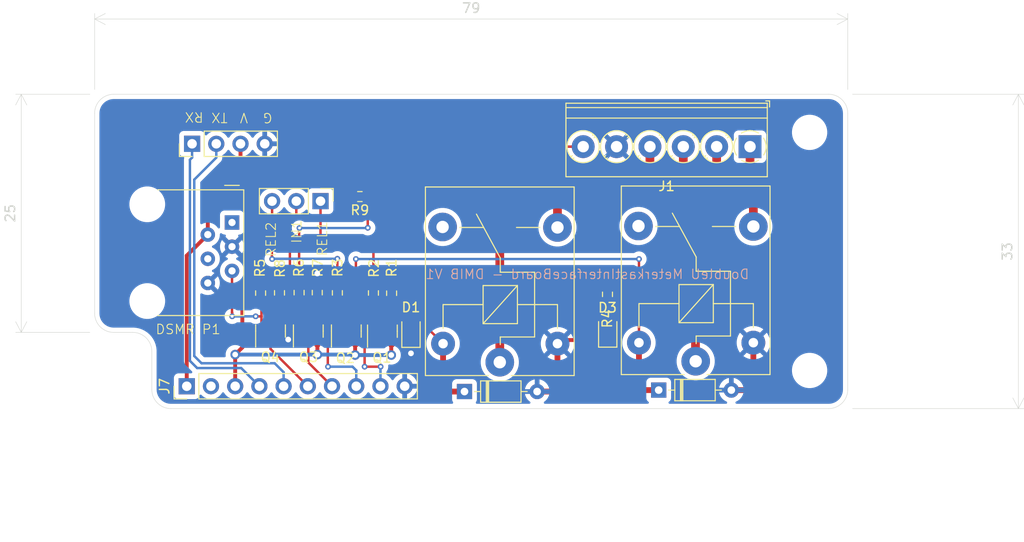
<source format=kicad_pcb>
(kicad_pcb
	(version 20241229)
	(generator "pcbnew")
	(generator_version "9.0")
	(general
		(thickness 1.6)
		(legacy_teardrops no)
	)
	(paper "A4")
	(layers
		(0 "F.Cu" signal)
		(2 "B.Cu" signal)
		(9 "F.Adhes" user "F.Adhesive")
		(11 "B.Adhes" user "B.Adhesive")
		(13 "F.Paste" user)
		(15 "B.Paste" user)
		(5 "F.SilkS" user "F.Silkscreen")
		(7 "B.SilkS" user "B.Silkscreen")
		(1 "F.Mask" user)
		(3 "B.Mask" user)
		(17 "Dwgs.User" user "User.Drawings")
		(19 "Cmts.User" user "User.Comments")
		(21 "Eco1.User" user "User.Eco1")
		(23 "Eco2.User" user "User.Eco2")
		(25 "Edge.Cuts" user)
		(27 "Margin" user)
		(31 "F.CrtYd" user "F.Courtyard")
		(29 "B.CrtYd" user "B.Courtyard")
		(35 "F.Fab" user)
		(33 "B.Fab" user)
		(39 "User.1" user)
		(41 "User.2" user)
		(43 "User.3" user)
		(45 "User.4" user)
	)
	(setup
		(pad_to_mask_clearance 0)
		(allow_soldermask_bridges_in_footprints no)
		(tenting front back)
		(pcbplotparams
			(layerselection 0x00000000_00000000_55555555_5755f5ff)
			(plot_on_all_layers_selection 0x00000000_00000000_00000000_00000000)
			(disableapertmacros no)
			(usegerberextensions no)
			(usegerberattributes yes)
			(usegerberadvancedattributes yes)
			(creategerberjobfile yes)
			(dashed_line_dash_ratio 12.000000)
			(dashed_line_gap_ratio 3.000000)
			(svgprecision 4)
			(plotframeref no)
			(mode 1)
			(useauxorigin no)
			(hpglpennumber 1)
			(hpglpenspeed 20)
			(hpglpendiameter 15.000000)
			(pdf_front_fp_property_popups yes)
			(pdf_back_fp_property_popups yes)
			(pdf_metadata yes)
			(pdf_single_document no)
			(dxfpolygonmode yes)
			(dxfimperialunits yes)
			(dxfusepcbnewfont yes)
			(psnegative no)
			(psa4output no)
			(plot_black_and_white yes)
			(sketchpadsonfab no)
			(plotpadnumbers no)
			(hidednponfab no)
			(sketchdnponfab yes)
			(crossoutdnponfab yes)
			(subtractmaskfromsilk no)
			(outputformat 1)
			(mirror no)
			(drillshape 1)
			(scaleselection 1)
			(outputdirectory "")
		)
	)
	(net 0 "")
	(net 1 "Net-(D1-A)")
	(net 2 "GND")
	(net 3 "Net-(D2-K)")
	(net 4 "Net-(D3-A)")
	(net 5 "Net-(D4-K)")
	(net 6 "+5V")
	(net 7 "Net-(J1-Pin_2)")
	(net 8 "Net-(J1-Pin_1)")
	(net 9 "Net-(J1-Pin_3)")
	(net 10 "Net-(J1-Pin_4)")
	(net 11 "/INPUT1")
	(net 12 "unconnected-(J4-Pad4)")
	(net 13 "Net-(Q4-G)")
	(net 14 "/ZW_RX")
	(net 15 "/ZW_TX")
	(net 16 "Net-(Q1-B)")
	(net 17 "+3V3")
	(net 18 "Net-(Q2-B)")
	(net 19 "/INP1")
	(net 20 "Net-(Q3-B)")
	(net 21 "DSMR_DATA")
	(net 22 "/REL1")
	(net 23 "/REL2")
	(net 24 "unconnected-(J4-Pad1)")
	(net 25 "unconnected-(K1-Pad4)")
	(net 26 "unconnected-(K2-Pad4)")
	(footprint "LED_SMD:LED_0805_2012Metric" (layer "F.Cu") (at 53.8226 24.8666 90))
	(footprint "Relay_THT:Relay_SPDT_SANYOU_SRD_Series_Form_C" (layer "F.Cu") (at 63.049 28.032 90))
	(footprint "Resistor_SMD:R_0603_1608Metric" (layer "F.Cu") (at 25.4618 20.8496 -90))
	(footprint "TerminalBlock_Phoenix:TerminalBlock_Phoenix_PT-1,5-6-3.5-H_1x06_P3.50mm_Horizontal" (layer "F.Cu") (at 68.75 5.5 180))
	(footprint "Package_TO_SOT_SMD:SOT-23" (layer "F.Cu") (at 22.4138 24.8628 90))
	(footprint "LED_SMD:LED_0805_2012Metric" (layer "F.Cu") (at 33.1834 24.8882 90))
	(footprint "Resistor_SMD:R_0603_1608Metric" (layer "F.Cu") (at 17.41 20.875 -90))
	(footprint "Relay_THT:Relay_SPDT_SANYOU_SRD_Series_Form_C" (layer "F.Cu") (at 42.5004 28.1336 90))
	(footprint "Diode_THT:D_DO-35_SOD27_P7.62mm_Horizontal" (layer "F.Cu") (at 38.7968 31.2128))
	(footprint "Package_TO_SOT_SMD:SOT-23" (layer "F.Cu") (at 26.4016 24.8628 90))
	(footprint "Resistor_SMD:R_0603_1608Metric" (layer "F.Cu") (at 29.2464 20.86245 -90))
	(footprint "Resistor_SMD:R_0603_1608Metric" (layer "F.Cu") (at 21.4486 20.8265 -90))
	(footprint "Connector_PinHeader_2.54mm:PinHeader_1x04_P2.54mm_Vertical" (layer "F.Cu") (at 10.2218 5.2 90))
	(footprint "Resistor_SMD:R_0603_1608Metric" (layer "F.Cu") (at 27.824 10.7404 180))
	(footprint "Resistor_SMD:R_0603_1608Metric" (layer "F.Cu") (at 53.7972 21.0058 -90))
	(footprint "Resistor_SMD:R_0603_1608Metric" (layer "F.Cu") (at 19.3912 20.8496 -90))
	(footprint "Connector_PinHeader_2.54mm:PinHeader_1x10_P2.54mm_Vertical" (layer "F.Cu") (at 9.663 30.654 90))
	(footprint "Diode_THT:D_DO-35_SOD27_P7.62mm_Horizontal" (layer "F.Cu") (at 59.1676 31.0604))
	(footprint "Package_TO_SOT_SMD:SOT-23" (layer "F.Cu") (at 18.4514 24.8628 90))
	(footprint "MountingHole:MountingHole_3.2mm_M3" (layer "F.Cu") (at 75 4))
	(footprint "Resistor_SMD:R_0603_1608Metric" (layer "F.Cu") (at 31.1514 20.88785 90))
	(footprint "Resistor_SMD:R_0603_1608Metric" (layer "F.Cu") (at 23.3536 20.8265 90))
	(footprint "Connector_RJ:RJ12_Amphenol_54601" (layer "F.Cu") (at 14.4104 13.4632 -90))
	(footprint "Connector_PinHeader_2.54mm:PinHeader_1x03_P2.54mm_Vertical" (layer "F.Cu") (at 23.6942 11.223 -90))
	(footprint "MountingHole:MountingHole_3.2mm_M3" (layer "F.Cu") (at 75 29))
	(footprint "Package_TO_SOT_SMD:SOT-23" (layer "F.Cu") (at 30.1862 24.87565 90))
	(gr_line
		(start 2 0)
		(end 77 0)
		(stroke
			(width 0.05)
			(type solid)
		)
		(layer "Edge.Cuts")
		(uuid "06c7f1ee-0c3a-4a84-80ea-0e6280345982")
	)
	(gr_line
		(start 0 2)
		(end 0 23)
		(stroke
			(width 0.05)
			(type solid)
		)
		(layer "Edge.Cuts")
		(uuid "0e282e97-8ded-4007-b955-6d149996ea5e")
	)
	(gr_arc
		(start 0 2)
		(mid 0.585786 0.585786)
		(end 2 0)
		(stroke
			(width 0.05)
			(type default)
		)
		(layer "Edge.Cuts")
		(uuid "254dd642-0246-4cd3-a2e0-d1debf2d97fc")
	)
	(gr_line
		(start 79 2)
		(end 79 31)
		(stroke
			(width 0.05)
			(type solid)
		)
		(layer "Edge.Cuts")
		(uuid "35d03b69-1706-4fe7-85b6-7e8da9946628")
	)
	(gr_line
		(start 77 33)
		(end 8 33)
		(stroke
			(width 0.05)
			(type solid)
		)
		(layer "Edge.Cuts")
		(uuid "41f5c18c-cd01-4c9a-9f6f-da3e6f556325")
	)
	(gr_arc
		(start 4 25)
		(mid 5.414214 25.585786)
		(end 6 27)
		(stroke
			(width 0.05)
			(type default)
		)
		(layer "Edge.Cuts")
		(uuid "45a8f4d9-4afc-44ea-a8ac-bd5bc06b0e16")
	)
	(gr_arc
		(start 8 33)
		(mid 6.585786 32.414214)
		(end 6 31)
		(stroke
			(width 0.05)
			(type default)
		)
		(layer "Edge.Cuts")
		(uuid "6960bbfe-670b-40dd-911e-85f0f69d834e")
	)
	(gr_arc
		(start 77 0)
		(mid 78.414214 0.585786)
		(end 79 2)
		(stroke
			(width 0.05)
			(type default)
		)
		(layer "Edge.Cuts")
		(uuid "81579fcc-5693-474c-a13c-8f948cf37b91")
	)
	(gr_arc
		(start 79 31)
		(mid 78.414214 32.414214)
		(end 77 33)
		(stroke
			(width 0.05)
			(type default)
		)
		(layer "Edge.Cuts")
		(uuid "85a6176d-eefd-4b43-87d6-25976a9ae6de")
	)
	(gr_line
		(start 2 25)
		(end 4 25)
		(stroke
			(width 0.05)
			(type solid)
		)
		(layer "Edge.Cuts")
		(uuid "9ea54cfc-ee16-4bb6-9642-bd06415a3aef")
	)
	(gr_line
		(start 6 27)
		(end 6 31)
		(stroke
			(width 0.05)
			(type solid)
		)
		(layer "Edge.Cuts")
		(uuid "c2534ea9-d3c1-4287-9887-e118ce1afc74")
	)
	(gr_arc
		(start 2 25)
		(mid 0.585786 24.414214)
		(end 0 23)
		(stroke
			(width 0.05)
			(type default)
		)
		(layer "Edge.Cuts")
		(uuid "ff443366-7d75-4ae7-9858-3592b7538da7")
	)
	(gr_text "V"
		(at 16.1554 1.8796 180)
		(layer "F.SilkS")
		(uuid "233ac5b9-608e-4963-a857-791f2c2dd34c")
		(effects
			(font
				(size 1 1)
				(thickness 0.1)
			)
			(justify left bottom)
		)
	)
	(gr_text "G"
		(at 18.7208 1.8796 180)
		(layer "F.SilkS")
		(uuid "4e760aca-12fe-4e8d-8c41-d329720876ab")
		(effects
			(font
				(size 1 1)
				(thickness 0.1)
			)
			(justify left bottom)
		)
	)
	(gr_text "REL2"
		(at 19.0864 17.1412 90)
		(layer "F.SilkS")
		(uuid "653e06ca-ac9a-4d99-ad06-59f9330d23b8")
		(effects
			(font
				(size 1 1)
				(thickness 0.1)
			)
			(justify left bottom)
		)
	)
	(gr_text "RX"
		(at 11.4818 1.8034 180)
		(layer "F.SilkS")
		(uuid "7e1a4a2f-2941-471a-bf82-ea82720234cd")
		(effects
			(font
				(size 1 1)
				(thickness 0.1)
			)
			(justify left bottom)
		)
	)
	(gr_text "REL1"
		(at 24.4712 17.065 90)
		(layer "F.SilkS")
		(uuid "9ea7c63c-4744-495a-88b8-eee5381a5123")
		(effects
			(font
				(size 1 1)
				(thickness 0.1)
			)
			(justify left bottom)
		)
	)
	(gr_text "DSMR P1"
		(at 6.3356 25.2692 0)
		(layer "F.SilkS")
		(uuid "e8aa18b9-5a9e-432a-865e-9afadf0403bc")
		(effects
			(font
				(size 1 1)
				(thickness 0.1)
			)
			(justify left bottom)
		)
	)
	(gr_text "IN1"
		(at 21.7788 15.7188 90)
		(layer "F.SilkS")
		(uuid "eb7a539c-ddce-4c6d-9808-3c8ded79e813")
		(effects
			(font
				(size 1 1)
				(thickness 0.1)
			)
			(justify left bottom)
		)
	)
	(gr_text "TX"
		(at 14.0218 1.8542 180)
		(layer "F.SilkS")
		(uuid "f2186b57-13e1-45f0-a72c-fd5795513709")
		(effects
			(font
				(size 1 1)
				(thickness 0.1)
			)
			(justify left bottom)
		)
	)
	(gr_text "DoubleU MeterkastInterfaceBoard - DMIB V1"
		(at 68.718 19.478 0)
		(layer "B.SilkS")
		(uuid "a03ad1ba-8849-4a8c-a0b1-921dd3b3fb05")
		(effects
			(font
				(size 1 1)
				(thickness 0.1)
			)
			(justify left bottom mirror)
		)
	)
	(dimension
		(type orthogonal)
		(layer "Edge.Cuts")
		(uuid "026332d3-24a4-4dc3-b640-660e6b883aad")
		(pts
			(xy 79 0) (xy 79 33)
		)
		(height 17.9)
		(orientation 1)
		(format
			(prefix "")
			(suffix "")
			(units 3)
			(units_format 0)
			(precision 4)
			(suppress_zeroes yes)
		)
		(style
			(thickness 0.05)
			(arrow_length 1.27)
			(text_position_mode 0)
			(arrow_direction outward)
			(extension_height 0.58642)
			(extension_offset 0.5)
			(keep_text_aligned yes)
		)
		(gr_text "1299.2126"
			(at 95.75 16.5 90)
			(layer "Edge.Cuts")
			(uuid "026332d3-24a4-4dc3-b640-660e6b883aad")
			(effects
				(font
					(size 1 1)
					(thickness 0.15)
				)
			)
		)
	)
	(dimension
		(type orthogonal)
		(layer "Edge.Cuts")
		(uuid "3632c368-e614-490e-850d-88425e69f4f9")
		(pts
			(xy 79 0) (xy 0 0)
		)
		(height -7.9)
		(orientation 0)
		(format
			(prefix "")
			(suffix "")
			(units 3)
			(units_format 0)
			(precision 4)
			(suppress_zeroes yes)
		)
		(style
			(thickness 0.05)
			(arrow_length 1.27)
			(text_position_mode 0)
			(arrow_direction outward)
			(extension_height 0.58642)
			(extension_offset 0.5)
			(keep_text_aligned yes)
		)
		(gr_text "3110.2362"
			(at 39.5 -9.05 0)
			(layer "Edge.Cuts")
			(uuid "3632c368-e614-490e-850d-88425e69f4f9")
			(effects
				(font
					(size 1 1)
					(thickness 0.15)
				)
			)
		)
	)
	(dimension
		(type orthogonal)
		(layer "Edge.Cuts")
		(uuid "6821b02f-d22a-4ac0-854e-9cc611fb6e35")
		(pts
			(xy 0 0) (xy 0 25)
		)
		(height -7.7)
		(orientation 1)
		(format
			(prefix "")
			(suffix "")
			(units 3)
			(units_format 0)
			(precision 4)
			(suppress_zeroes yes)
		)
		(style
			(thickness 0.05)
			(arrow_length 1.27)
			(text_position_mode 0)
			(arrow_direction outward)
			(extension_height 0.58642)
			(extension_offset 0.5)
			(keep_text_aligned yes)
		)
		(gr_text "984.252"
			(at -8.85 12.5 90)
			(layer "Edge.Cuts")
			(uuid "6821b02f-d22a-4ac0-854e-9cc611fb6e35")
			(effects
				(font
					(size 1 1)
					(thickness 0.15)
				)
			)
		)
	)
	(segment
		(start 31.1514 20.06285)
		(end 31.126 20.03745)
		(width 0.254)
		(layer "F.Cu")
		(net 1)
		(uuid "40853eda-9e09-41d5-9262-95701a797f8e")
	)
	(segment
		(start 33.2088 23.9253)
		(end 33.2088 20.3924)
		(width 0.254)
		(layer "F.Cu")
		(net 1)
		(uuid "4db10023-eec3-4188-88e0-d4ab940cf05f")
	)
	(segment
		(start 33.2088 20.3924)
		(end 32.87925 20.06285)
		(width 0.254)
		(layer "F.Cu")
		(net 1)
		(uuid "5e422da4-7ef0-4485-912e-1f4db66963a6")
	)
	(segment
		(start 33.1834 23.9507)
		(end 33.2088 23.9253)
		(width 0.254)
		(layer "F.Cu")
		(net 1)
		(uuid "a4c95f90-7cce-49ed-9cf4-b773abae918a")
	)
	(segment
		(start 32.87925 20.06285)
		(end 31.1514 20.06285)
		(width 0.254)
		(layer "F.Cu")
		(net 1)
		(uuid "c616ac45-935a-47dc-ae74-2c8b45aa419c")
	)
	(segment
		(start 47.8574 31.2128)
		(end 46.4168 31.2128)
		(width 0.6096)
		(layer "F.Cu")
		(net 2)
		(uuid "04fdf5b7-c476-450c-898e-cb1f4fa2d052")
	)
	(segment
		(start 48.5504 30.5198)
		(end 47.8574 31.2128)
		(width 0.6096)
		(layer "F.Cu")
		(net 2)
		(uuid "054c6b1a-e91e-4b13-847d-4fa16b3e793c")
	)
	(segment
		(start 48.5504 26.1836)
		(end 48.5504 30.5198)
		(width 0.6096)
		(layer "F.Cu")
		(net 2)
		(uuid "3e8fa443-8db0-4ad8-a0ad-38f54e7a24bd")
	)
	(segment
		(start 33.1834 25.8257)
		(end 33.1834 27.1996)
		(width 0.4064)
		(layer "F.Cu")
		(net 2)
		(uuid "5475f0cf-6423-4ac5-bbac-da552a6e5877")
	)
	(segment
		(start 48.9299 25.8041)
		(end 48.5504 26.1836)
		(width 0.4064)
		(layer "F.Cu")
		(net 2)
		(uuid "55d99b1f-26bf-491b-8179-4c563263d69a")
	)
	(segment
		(start 23.3536 20.0015)
		(end 23.3536 18.8176)
		(width 0.4064)
		(layer "F.Cu")
		(net 2)
		(uuid "60d3530c-1856-4fcb-84d2-3f9f5953f793")
	)
	(segment
		(start 20.3056 25.7518)
		(end 20.2571 25.8003)
		(width 0.4064)
		(layer "F.Cu")
		(net 2)
		(uuid "7289f9d8-fbe7-4f74-9c4e-c7ae2cc92b8c")
	)
	(segment
		(start 68.406 31.0604)
		(end 66.7876 31.0604)
		(width 0.6096)
		(layer "F.Cu")
		(net 2)
		(uuid "72a1e090-4c59-421b-8bdb-5e5992462474")
	)
	(segment
		(start 53.8226 25.8041)
		(end 48.9299 25.8041)
		(width 0.4064)
		(layer "F.Cu")
		(net 2)
		(uuid "a2015ba6-2812-47cb-8ff5-7749bc820d79")
	)
	(segment
		(start 69.099 26.082)
		(end 69.099 30.3674)
		(width 0.6096)
		(layer "F.Cu")
		(net 2)
		(uuid "ab331a59-1d62-4671-a2de-9c8451a763ba")
	)
	(segment
		(start 69.099 30.3674)
		(end 68.406 31.0604)
		(width 0.6096)
		(layer "F.Cu")
		(net 2)
		(uuid "ba024b75-e8a9-48a0-a35e-94a60ab542ac")
	)
	(segment
		(start 20.2571 25.8003)
		(end 19.4014 25.8003)
		(width 0.4064)
		(layer "F.Cu")
		(net 2)
		(uuid "df442a1b-14eb-433b-bf0f-f75b03de1028")
	)
	(via
		(at 33.1834 27.1996)
		(size 1)
		(drill 0.6)
		(layers "F.Cu" "B.Cu")
		(net 2)
		(uuid "84f205c0-c6a3-49b7-97c6-69404092d225")
	)
	(via
		(at 23.3536 18.8176)
		(size 1)
		(drill 0.6)
		(layers "F.Cu" "B.Cu")
		(net 2)
		(uuid "a7c87825-ea9c-495e-bdd3-01a94c0e44f2")
	)
	(via
		(at 20.3056 25.7518)
		(size 1)
		(drill 0.6)
		(layers "F.Cu" "B.Cu")
		(net 2)
		(uuid "ae4c215f-2396-4a8d-b995-a2949593b54e")
	)
	(segment
		(start 31.888 24.8628)
		(end 31.1514 24.1262)
		(width 0.254)
		(layer "F.Cu")
		(net 3)
		(uuid "07cb703b-74d9-4451-ac3f-3a86f17141cb")
	)
	(segment
		(start 36.5504 30.6682)
		(end 36.5504 26.1836)
		(width 0.6096)
		(layer "F.Cu")
		(net 3)
		(uuid "1234aaa4-a131-4915-ac29-96dea179d6e6")
	)
	(segment
		(start 31.14115 23.93815)
		(end 31.1514 23.9484)
		(width 0.254)
		(layer "F.Cu")
		(net 3)
		(uuid "1ee5b33f-5b3b-47b0-8b07-2d7bbaada494")
	)
	(segment
		(start 31.1514 23.9484)
		(end 31.1514 21.71285)
		(width 0.254)
		(layer "F.Cu")
		(net 3)
		(uuid "456bbd4e-47a2-4bcc-ae1b-898ae08afd4b")
	)
	(segment
		(start 30.1862 23.93815)
		(end 31.14115 23.93815)
		(width 0.254)
		(layer "F.Cu")
		(net 3)
		(uuid "474b4e50-92c8-469b-bda8-a1355afe6e59")
	)
	(segment
		(start 31.1514 24.1262)
		(end 31.1514 23.9484)
		(width 0.254)
		(layer "F.Cu")
		(net 3)
		(uuid "62e61f8b-fd46-4c5f-80d7-234816a49a66")
	)
	(segment
		(start 36.5504 26.1836)
		(end 35.2296 24.8628)
		(width 0.254)
		(layer "F.Cu")
		(net 3)
		(uuid "7e664223-fa45-4415-9b9b-743b535c8740")
	)
	(segment
		(start 35.2296 24.8628)
		(end 31.888 24.8628)
		(width 0.254)
		(layer "F.Cu")
		(net 3)
		(uuid "a515812c-991a-45b7-8c51-de34b134fc5b")
	)
	(segment
		(start 38.7968 31.2128)
		(end 37.095 31.2128)
		(width 0.6096)
		(layer "F.Cu")
		(net 3)
		(uuid "ba777983-c5ce-4cd6-8d8f-a29155bb7114")
	)
	(segment
		(start 37.095 31.2128)
		(end 36.5504 30.6682)
		(width 0.6096)
		(layer "F.Cu")
		(net 3)
		(uuid "ea4d2e82-97f2-42fb-ac97-7afbf92e53db")
	)
	(segment
		(start 36.5504 26.1836)
		(end 36.5504 27.9362)
		(width 0.254)
		(layer "F.Cu")
		(net 3)
		(uuid "ffdcf071-c0f2-4f11-8da4-489e33bb94c9")
	)
	(segment
		(start 53.7972 21.8308)
		(end 53.7972 23.9037)
		(width 0.254)
		(layer "F.Cu")
		(net 4)
		(uuid "0c179de8-ec47-4899-b712-434b074b66da")
	)
	(segment
		(start 53.7972 23.9037)
		(end 53.8226 23.9291)
		(width 0.254)
		(layer "F.Cu")
		(net 4)
		(uuid "6a06e3d9-3c68-4578-a34e-6df207e391ef")
	)
	(segment
		(start 57.1 20.193)
		(end 57.1 20.9136)
		(width 0.254)
		(layer "F.Cu")
		(net 5)
		(uuid "211ec73d-a177-4f34-87ce-a3d60e627c1f")
	)
	(segment
		(start 57.099 30.4396)
		(end 57.099 26.082)
		(width 0.6096)
		(layer "F.Cu")
		(net 5)
		(uuid "272cf66a-4f93-49bb-be58-ec299279f8a6")
	)
	(segment
		(start 27.2121 23.9253)
		(end 26.4016 23.9253)
		(width 0.254)
		(layer "F.Cu")
		(net 5)
		(uuid "47c6f175-78b0-40c6-a3d3-9f7f991dc094")
	)
	(segment
		(start 53.7972 20.1808)
		(end 57.0878 20.1808)
		(width 0.254)
		(layer "F.Cu")
		(net 5)
		(uuid "4b446561-70ad-46a9-92dc-fadbd0dbe8ff")
	)
	(segment
		(start 27.4066 17.3)
		(end 27.4066 23.7308)
		(width 0.254)
		(layer "F.Cu")
		(net 5)
		(uuid "5c150be5-ed35-4972-bf9b-361bd3dba89e")
	)
	(segment
		(start 57.099 20.9146)
		(end 57.099 26.082)
		(width 0.254)
		(layer "F.Cu")
		(net 5)
		(uuid "702e9c69-28b8-4f2c-95b2-57e2bea829dd")
	)
	(segment
		(start 57.1 17.3)
		(end 57.1 20.193)
		(width 0.254)
		(layer "F.Cu")
		(net 5)
		(uuid "777fb802-f9e7-4e5a-aa04-26ae457b6662")
	)
	(segment
		(start 57.7198 31.0604)
		(end 57.099 30.4396)
		(width 0.6096)
		(layer "F.Cu")
		(net 5)
		(uuid "7d0c3f80-1fd0-4745-9923-b27219765163")
	)
	(segment
		(start 57.1 20.9136)
		(end 57.099 20.9146)
		(width 0.254)
		(layer "F.Cu")
		(net 5)
		(uuid "8322b5b9-f3a6-4cf7-91bb-a91237bef659")
	)
	(segment
		(start 27.4066 23.7308)
		(end 27.2121 23.9253)
		(width 0.254)
		(layer "F.Cu")
		(net 5)
		(uuid "964df9d6-c060-48b9-bc41-12d2738834f3")
	)
	(segment
		(start 59.1676 31.0604)
		(end 57.7198 31.0604)
		(width 0.6096)
		(layer "F.Cu")
		(net 5)
		(uuid "bc8a01f9-bbd0-47a8-9945-ff36660062ae")
	)
	(segment
		(start 57.0878 20.1808)
		(end 57.1 20.193)
		(width 0.254)
		(layer "F.Cu")
		(net 5)
		(uuid "dfd91edd-b238-4013-93de-d96d8c9c21aa")
	)
	(via
		(at 57.1 17.3)
		(size 0.6)
		(drill 0.3)
		(layers "F.Cu" "B.Cu")
		(net 5)
		(uuid "4347c7b5-e626-41ad-aea8-ad567933b392")
	)
	(via
		(at 27.4066 17.3)
		(size 0.6)
		(drill 0.3)
		(layers "F.Cu" "B.Cu")
		(net 5)
		(uuid "f5a65e88-b712-4c8a-b94b-9d56f82e70c1")
	)
	(segment
		(start 27.4066 17.3)
		(end 57.1 17.3)
		(width 0.254)
		(layer "B.Cu")
		(net 5)
		(uuid "ff02ce18-3954-4a52-b837-9afab1881195")
	)
	(segment
		(start 9.663 16.9406)
		(end 11.8704 14.7332)
		(width 0.4064)
		(layer "F.Cu")
		(net 6)
		(uuid "4d30c851-90d2-4edf-9ae6-69441a5c59bb")
	)
	(segment
		(start 26.999 9.5746)
		(end 26.4376 9.0132)
		(width 0.4064)
		(layer "F.Cu")
		(net 6)
		(uuid "65f2119c-5e97-4337-becf-5807eb273899")
	)
	(segment
		(start 11.8704 9.7522)
		(end 11.8704 14.7332)
		(width 0.4064)
		(layer "F.Cu")
		(net 6)
		(uuid "6ed75303-b4c1-47f6-9ee5-99eb54750b9c")
	)
	(segment
		(start 26.4376 9.0132)
		(end 15.3018 9.0132)
		(width 0.4064)
		(layer "F.Cu")
		(net 6)
		(uuid "8cc9fb18-058b-49f1-8a15-912556abddd4")
	)
	(segment
		(start 9.663 30.654)
		(end 9.663 16.9406)
		(width 0.4064)
		(layer "F.Cu")
		(net 6)
		(uuid "9687fc93-36f5-4df2-9415-704d28837fe3")
	)
	(segment
		(start 15.3018 5.2)
		(end 15.3018 9.0132)
		(width 0.4064)
		(layer "F.Cu")
		(net 6)
		(uuid "a7b55d67-d20e-4c4f-b985-58c2ec205c60")
	)
	(segment
		(start 12.6094 9.0132)
		(end 11.8704 9.7522)
		(width 0.4064)
		(layer "F.Cu")
		(net 6)
		(uuid "c0836bbf-a56e-42d4-b93d-43f8acd3fad7")
	)
	(segment
		(start 15.3018 9.0132)
		(end 12.6094 9.0132)
		(width 0.4064)
		(layer "F.Cu")
		(net 6)
		(uuid "f1f4f476-1ed4-408b-8062-810637219f59")
	)
	(segment
		(start 26.999 10.7404)
		(end 26.999 9.5746)
		(width 0.4064)
		(layer "F.Cu")
		(net 6)
		(uuid "ffbc1a89-09fc-4422-973c-f8c90f38044e")
	)
	(segment
		(start 63.049 28.032)
		(end 63.0284 28.0114)
		(width 0.9144)
		(layer "F.Cu")
		(net 7)
		(uuid "13960753-3f58-4ad0-899e-fdd39f9cdbb3")
	)
	(segment
		(start 63.0284 11.8716)
		(end 65.25 9.65)
		(width 0.9144)
		(layer "F.Cu")
		(net 7)
		(uuid "4cecdd17-8257-43cd-a2f0-72658791e4e7")
	)
	(segment
		(start 65.25 9.65)
		(end 65.25 5.5)
		(width 0.9144)
		(layer "F.Cu")
		(net 7)
		(uuid "c5aeeddc-1172-49bc-8547-e895acd3efa4")
	)
	(segment
		(start 63.0284 28.0114)
		(end 63.0284 11.8716)
		(width 0.9144)
		(layer "F.Cu")
		(net 7)
		(uuid "efb3380b-1e0c-42fb-8de0-ab6390dab120")
	)
	(segment
		(start 69.099 10.0596)
		(end 69.099 13.882)
		(width 0.9144)
		(layer "F.Cu")
		(net 8)
		(uuid "562c22db-98c7-4835-9a88-3971ecd5c618")
	)
	(segment
		(start 68.75 5.5)
		(end 68.75 9.7106)
		(width 0.9144)
		(layer "F.Cu")
		(net 8)
		(uuid "6add1484-f2c2-4b23-9353-cc64a311e6db")
	)
	(segment
		(start 68.75 9.7106)
		(end 69.099 10.0596)
		(width 0.9144)
		(layer "F.Cu")
		(net 8)
		(uuid "a26f2575-d70a-4078-ab3e-a2b4e68a9c5c")
	)
	(segment
		(start 61.75 8.85)
		(end 60.0082 10.5918)
		(width 0.9144)
		(layer "F.Cu")
		(net 9)
		(uuid "16563e79-2eb1-48bc-8a27-a7d3e8b96433")
	)
	(segment
		(start 49.53 10.5918)
		(end 48.5504 11.5714)
		(width 0.9144)
		(layer "F.Cu")
		(net 9)
		(uuid "335e6e11-55b9-415a-b782-d320f6cdb0c9")
	)
	(segment
		(start 60.0082 10.5918)
		(end 49.53 10.5918)
		(width 0.9144)
		(layer "F.Cu")
		(net 9)
		(uuid "b06e13f6-1d09-45ed-9087-186cc5f88c26")
	)
	(segment
		(start 61.75 5.5)
		(end 61.75 8.85)
		(width 0.9144)
		(layer "F.Cu")
		(net 9)
		(uuid "cd07dfd6-2a24-4c40-9589-470980f02370")
	)
	(segment
		(start 48.5504 11.5714)
		(end 48.5504 13.9836)
		(width 0.9144)
		(layer "F.Cu")
		(net 9)
		(uuid "f5223e0a-cd68-4425-ad5c-626086d1e99f")
	)
	(segment
		(start 56.9 9.1)
		(end 58.25 7.75)
		(width 0.9144)
		(layer "F.Cu")
		(net 10)
		(uuid "00426cfa-94b6-4a4a-a4a8-fc323768d0e3")
	)
	(segment
		(start 42.5004 28.1336)
		(end 42.5004 12.1014)
		(width 0.9144)
		(layer "F.Cu")
		(net 10)
		(uuid "4be3108c-b76b-462f-ad28-72a9001a6b46")
	)
	(segment
		(start 58.25 7.75)
		(end 58.25 5.5)
		(width 0.9144)
		(layer "F.Cu")
		(net 10)
		(uuid "9322883e-9377-4716-baee-76adefbfd860")
	)
	(segment
		(start 45.5018 9.1)
		(end 42.5004 12.1014)
		(width 0.9144)
		(layer "F.Cu")
		(net 10)
		(uuid "ea6f3dee-9277-4469-8525-8f3977d008ab")
	)
	(segment
		(start 56.9 9.1)
		(end 45.5018 9.1)
		(width 0.9144)
		(layer "F.Cu")
		(net 10)
		(uuid "f6559816-efa1-4f22-875e-565b6790121b")
	)
	(segment
		(start 29.5 5.5)
		(end 28.649 6.351)
		(width 0.254)
		(layer "F.Cu")
		(net 11)
		(uuid "0c9d6ec0-c856-41b0-960c-28c10b209244")
	)
	(segment
		(start 21.4486 14.086)
		(end 21.4884 14.0462)
		(width 0.254)
		(layer "F.Cu")
		(net 11)
		(uuid "4f254a6d-a12d-4424-bb9d-4b6471f7d6cd")
	)
	(segment
		(start 28.649 6.351)
		(end 28.649 10.7404)
		(width 0.254)
		(layer "F.Cu")
		(net 11)
		(uuid "7c6869c7-3efe-4fae-8d28-ebd53e777b35")
	)
	(segment
		(start 28.6512 14.0208)
		(end 28.649 14.0186)
		(width 0.254)
		(layer "F.Cu")
		(net 11)
		(uuid "7dba7da5-f044-421f-8184-2a0ad7704ba5")
	)
	(segment
		(start 28.649 14.0186)
		(end 28.649 10.7404)
		(width 0.254)
		(layer "F.Cu")
		(net 11)
		(uuid "83202f6d-7e7d-47f5-ae2d-b145aaf08f46")
	)
	(segment
		(start 51.25 5.5)
		(end 29.5 5.5)
		(width 0.254)
		(layer "F.Cu")
		(net 11)
		(uuid "a3fe1ae1-6bba-40c7-987f-c2a9916af7f5")
	)
	(segment
		(start 21.4486 20.0015)
		(end 21.4486 14.086)
		(width 0.254)
		(layer "F.Cu")
		(net 11)
		(uuid "e64185a0-0dcd-43ed-a509-9a48c5c1891f")
	)
	(via
		(at 28.6512 14.0208)
		(size 0.6)
		(drill 0.3)
		(layers "F.Cu" "B.Cu")
		(net 11)
		(uuid "3d3e1dae-1788-493c-8c54-aef21249a804")
	)
	(via
		(at 21.4884 14.0462)
		(size 0.6)
		(drill 0.3)
		(layers "F.Cu" "B.Cu")
		(net 11)
		(uuid "cf1114ba-fae2-41e9-9aea-101f17dc9099")
	)
	(segment
		(start 21.4884 14.0462)
		(end 28.6258 14.0462)
		(width 0.254)
		(layer "B.Cu")
		(net 11)
		(uuid "0db0d552-8633-4f3f-a347-95f5799f5a45")
	)
	(segment
		(start 28.6258 14.0462)
		(end 28.6512 14.0208)
		(width 0.254)
		(layer "B.Cu")
		(net 11)
		(uuid "8ca20ab9-c53d-4854-8d8b-5f2ed60a0c87")
	)
	(segment
		(start 17.5014 25.8003)
		(end 17.5014 23.3172)
		(width 0.254)
		(layer "F.Cu")
		(net 13)
		(uuid "3053f0bd-ed87-4e64-8568-44069294b139")
	)
	(segment
		(start 17.5014 23.3172)
		(end 17.5014 21.7914)
		(width 0.254)
		(layer "F.Cu")
		(net 13)
		(uuid "3920044d-3d76-4027-b9f9-246ec9b8cc65")
	)
	(segment
		(start 14.4104 22.9194)
		(end 14.4104 18.5432)
		(width 0.254)
		(layer "F.Cu")
		(net 13)
		(uuid "4427d3f2-b185-4498-83c1-102197667e86")
	)
	(segment
		(start 17.5014 23.3172)
		(end 16.891 23.3172)
		(width 0.254)
		(layer "F.Cu")
		(net 13)
		(uuid "617d1649-bedf-443c-96bc-b85acae211f6")
	)
	(segment
		(start 17.5014 21.7914)
		(end 17.41 21.7)
		(width 0.254)
		(layer "F.Cu")
		(net 13)
		(uuid "6af671f8-7665-41e2-b0b5-82c1a20becdf")
	)
	(segment
		(start 14.4272 23.3172)
		(end 14.4272 22.9362)
		(width 0.254)
		(layer "F.Cu")
		(net 13)
		(uuid "a691cc94-8a65-415b-8237-e3f5e2fe71fc")
	)
	(segment
		(start 14.4272 22.9362)
		(end 14.4104 22.9194)
		(width 0.254)
		(layer "F.Cu")
		(net 13)
		(uuid "d05d8b18-eca4-4fc7-9a40-18fed31b54c2")
	)
	(via
		(at 16.891 23.3172)
		(size 0.6)
		(drill 0.3)
		(layers "F.Cu" "B.Cu")
		(net 13)
		(uuid "43a7935b-1ff1-49d8-a9d7-82ee31125e96")
	)
	(via
		(at 14.4272 23.3172)
		(size 0.6)
		(drill 0.3)
		(layers "F.Cu" "B.Cu")
		(net 13)
		(uuid "7de2dd03-a821-423f-acaf-3bb1c47f6fc8")
	)
	(segment
		(start 16.891 23.3172)
		(end 14.4272 23.3172)
		(width 0.254)
		(layer "B.Cu")
		(net 13)
		(uuid "54e385e3-74d6-4d92-bf71-7dcb7a30438f")
	)
	(segment
		(start 9.9954 6.8774)
		(end 9.9954 27.9892)
		(width 0.254)
		(layer "B.Cu")
		(net 14)
		(uuid "737defa9-6555-423f-bc49-2d05bf970448")
	)
	(segment
		(start 15.378 28.749)
		(end 17.283 30.654)
		(width 0.254)
		(layer "B.Cu")
		(net 14)
		(uuid "7fb9bc06-e3e9-4f54-8839-f1c8001f8bec")
	)
	(segment
		(start 9.9954 27.9892)
		(end 10.7552 28.749)
		(width 0.254)
		(layer "B.Cu")
		(net 14)
		(uuid "8a8b1ec6-52f6-4c33-97d7-2fbf2f069f1c")
	)
	(segment
		(start 10.2218 6.651)
		(end 10.2218 5.2)
		(width 0.254)
		(layer "B.Cu")
		(net 14)
		(uuid "b96b021f-427f-4c31-9f8d-1478c70f96f6")
	)
	(segment
		(start 10.7552 28.749)
		(end 15.378 28.749)
		(width 0.254)
		(layer "B.Cu")
		(net 14)
		(uuid "c98726f3-e631-4d28-add9-ebfa1f16f35e")
	)
	(segment
		(start 10.2218 6.651)
		(end 9.9954 6.8774)
		(width 0.254)
		(layer "B.Cu")
		(net 14)
		(uuid "c9d42d38-6e42-49ec-8466-4cc7da5beabb")
	)
	(segment
		(start 12.7618 6.651)
		(end 12.7618 5.2)
		(width 0.254)
		(layer "B.Cu")
		(net 15)
		(uuid "43626aa4-465b-468b-9ec0-ec6ae334a563")
	)
	(segment
		(start 18.8832 28.241)
		(end 19.823 29.1808)
		(width 0.254)
		(layer "B.Cu")
		(net 15)
		(uuid "5f04c4fd-cd38-4afd-86b5-16d66b237f29")
	)
	(segment
		(start 19.823 29.1808)
		(end 19.823 30.654)
		(width 0.254)
		(layer "B.Cu")
		(net 15)
		(uuid "9565734d-0f69-440d-b29d-db85cb8bd100")
	)
	(segment
		(start 10.4504 27.479)
		(end 11.2124 28.241)
		(width 0.254)
		(layer "B.Cu")
		(net 15)
		(uuid "a7193bdc-9fa0-4cf6-9977-c53909b375e6")
	)
	(segment
		(start 10.4504 8.9624)
		(end 10.4504 27.479)
		(width 0.254)
		(layer "B.Cu")
		(net 15)
		(uuid "dd7067f2-27aa-44b1-ba46-fb5355920775")
	)
	(segment
		(start 11.2124 28.241)
		(end 18.8832 28.241)
		(width 0.254)
		(layer "B.Cu")
		(net 15)
		(uuid "e7ce7f28-287a-4d0f-8c7b-d4ade61b40ae")
	)
	(segment
		(start 12.7618 6.651)
		(end 10.4504 8.9624)
		(width 0.254)
		(layer "B.Cu")
		(net 15)
		(uuid "f653fce4-aa90-4761-8516-e5830a805d19")
	)
	(segment
		(start 29.2464 21.68745)
		(end 29.2464 25.80295)
		(width 0.254)
		(layer "F.Cu")
		(net 16)
		(uuid "2ee3117c-a9a3-4706-a14d-88762966de22")
	)
	(segment
		(start 29.2464 25.80295)
		(end 29.2362 25.81315)
		(width 0.254)
		(layer "F.Cu")
		(net 16)
		(uuid "427fc3c4-d457-412b-bcd7-dc7832c83057")
	)
	(segment
		(start 17.41 20.05)
		(end 15.9926 20.05)
		(width 0.4064)
		(layer "F.Cu")
		(net 17)
		(uuid "02ce3b5e-c559-4ac2-8bae-a9f84fc6d936")
	)
	(segment
		(start 14.743 27.3304)
		(end 14.743 30.654)
		(width 0.4064)
		(layer "F.Cu")
		(net 17)
		(uuid "1e2bf8d8-7832-46a7-b0e8-48e86232a1bd")
	)
	(segment
		(start 27.3262 25.8003)
		(end 27.3262 27.3812)
		(width 0.4064)
		(layer "F.Cu")
		(net 17)
		(uuid "26eb187e-94e0-4825-8ce2-d5628e8d3596")
	)
	(segment
		(start 15.494 26.5794)
		(end 14.743 27.3304)
		(width 0.4064)
		(layer "F.Cu")
		(net 17)
		(uuid "360a3960-8fbf-4859-be59-11ae5516112a")
	)
	(segment
		(start 15.494 20.5486)
		(end 15.494 26.5794)
		(width 0.4064)
		(layer "F.Cu")
		(net 17)
		(uuid "7900adc5-ca91-4b16-8444-03fb13880cd8")
	)
	(segment
		(start 31.115 27.3812)
		(end 31.115 25.83435)
		(width 0.4064)
		(layer "F.Cu")
		(net 17)
		(uuid "793aa012-dd1d-4f29-b7b1-fc22f0d218b2")
	)
	(segment
		(start 27.3262 27.3812)
		(end 27.3262 27.672)
		(width 0.4064)
		(layer "F.Cu")
		(net 17)
		(uuid "79733de4-8897-4f0b-b671-f4c28cd5566d")
	)
	(segment
		(start 19.3658 20.05)
		(end 19.3912 20.0246)
		(width 0.4064)
		(layer "F.Cu")
		(net 17)
		(uuid "823122ed-5a01-44fc-b4d0-f7d38fb53209")
	)
	(segment
		(start 23.368 27.3304)
		(end 23.368 25.8045)
		(width 0.4064)
		(layer "F.Cu")
		(net 17)
		(uuid "90a0b495-e2f8-46f2-bf7a-4863ef7c27e3")
	)
	(segment
		(start 15.9926 20.05)
		(end 15.494 20.5486)
		(width 0.4064)
		(layer "F.Cu")
		(net 17)
		(uuid "965c9869-3a1a-4b1a-882d-172be773a763")
	)
	(segment
		(start 17.41 20.05)
		(end 19.3658 20.05)
		(width 0.4064)
		(layer "F.Cu")
		(net 17)
		(uuid "b402024d-3ac0-469b-8bf7-24bc25fa45d6")
	)
	(segment
		(start 23.368 25.8045)
		(end 23.3638 25.8003)
		(width 0.4064)
		(layer "F.Cu")
		(net 17)
		(uuid "b7466808-f6dc-4829-ab27-e8109300fb0f")
	)
	(segment
		(start 27.3262 27.672)
		(end 27.316 27.6822)
		(width 0.4064)
		(layer "F.Cu")
		(net 17)
		(uuid "cd158675-733e-494d-ba86-364e52d75729")
	)
	(segment
		(start 31.115 25.83435)
		(end 31.1362 25.81315)
		(width 0.4064)
		(layer "F.Cu")
		(net 17)
		(uuid "fe6f92ab-1d1e-4e68-9e19-aa454ab8cb8b")
	)
	(via
		(at 31.115 27.3812)
		(size 1)
		(drill 0.6)
		(layers "F.Cu" "B.Cu")
		(net 17)
		(uuid "739492f4-b85c-4e99-bc35-100522264364")
	)
	(via
		(at 14.743 27.3304)
		(size 1)
		(drill 0.6)
		(layers "F.Cu" "B.Cu")
		(net 17)
		(uuid "abb94a6b-c216-4700-b192-8b557776bc42")
	)
	(via
		(at 27.3262 27.3812)
		(size 1)
		(drill 0.6)
		(layers "F.Cu" "B.Cu")
		(net 17)
		(uuid "f1c223d4-556d-4b61-891f-71eeb82e99b8")
	)
	(via
		(at 23.368 27.3304)
		(size 1)
		(drill 0.6)
		(layers "F.Cu" "B.Cu")
		(net 17)
		(uuid "fd6eca75-a413-490a-8698-efa37bd71c6c")
	)
	(segment
		(start 27.3262 27.3812)
		(end 31.115 27.3812)
		(width 0.4064)
		(layer "B.Cu")
		(net 17)
		(uuid "6f840593-2511-482d-861e-568440df82bf")
	)
	(segment
		(start 23.368 27.3304)
		(end 27.2754 27.3304)
		(width 0.4064)
		(layer "B.Cu")
		(net 17)
		(uuid "72c57458-0bfb-46ed-8847-20c65f7ecd05")
	)
	(segment
		(start 23.368 27.3304)
		(end 14.743 27.3304)
		(width 0.4064)
		(layer "B.Cu")
		(net 17)
		(uuid "79be551d-085c-4bc9-ac1d-4e727d717a45")
	)
	(segment
		(start 27.2754 27.3304)
		(end 27.3262 27.3812)
		(width 0.4064)
		(layer "B.Cu")
		(net 17)
		(uuid "cffa00a8-2095-447d-bdda-9c22e2307db4")
	)
	(segment
		(start 25.4618 25.7901)
		(end 25.4516 25.8003)
		(width 0.254)
		(layer "F.Cu")
		(net 18)
		(uuid "4d6f71b1-3d6c-4f55-9cf0-4a8e83689ddb")
	)
	(segment
		(start 25.4618 21.6746)
		(end 25.4618 25.7901)
		(width 0.254)
		(layer "F.Cu")
		(net 18)
		(uuid "7e3d3adb-b392-4385-826f-a3a4b9896e8f")
	)
	(segment
		(start 21.1542 11.223)
		(end 21.1542 12.6858)
		(width 0.254)
		(layer "F.Cu")
		(net 19)
		(uuid "0c9b7b02-775d-4d06-8b06-9cd9e2018024")
	)
	(segment
		(start 23.1227 23.9253)
		(end 23.3536 23.6944)
		(width 0.254)
		(layer "F.Cu")
		(net 19)
		(uuid "15e4ab52-8537-44e8-851d-3ed7933e5a56")
	)
	(segment
		(start 21.1542 12.6858)
		(end 20.482 13.358)
		(width 0.254)
		(layer "F.Cu")
		(net 19)
		(uuid "2aaf7b09-4832-4d3b-bb2e-d5163ef3ddf9")
	)
	(segment
		(start 22.5408 20.875)
		(end 23.3173 21.6515)
		(width 0.254)
		(layer "F.Cu")
		(net 19)
		(uuid "31462040-7dbf-4dbe-b5d9-b8f96df01d42")
	)
	(segment
		(start 22.4138 23.9253)
		(end 23.1227 23.9253)
		(width 0.254)
		(layer "F.Cu")
		(net 19)
		(uuid "4602c157-9fc4-4af1-8159-78306ccfde13")
	)
	(segment
		(start 24.903 30.654)
		(end 22.4138 28.1648)
		(width 0.254)
		(layer "F.Cu")
		(net 19)
		(uuid "5a2e147d-4e58-4ef7-8d37-61ab3f69e507")
	)
	(segment
		(start 23.3173 21.6515)
		(end 23.3536 21.6515)
		(width 0.254)
		(layer "F.Cu")
		(net 19)
		(uuid "7f4b4944-05da-4a0e-a1fa-5c95f05f18ab")
	)
	(segment
		(start 22.4138 28.1648)
		(end 22.4138 23.9253)
		(width 0.254)
		(layer "F.Cu")
		(net 19)
		(uuid "96b25317-0f45-45b2-8f5a-121eec716d67")
	)
	(segment
		(start 23.3536 23.6944)
		(end 23.3536 21.6515)
		(width 0.254)
		(layer "F.Cu")
		(net 19)
		(uuid "d2e52b38-8f4c-4e2c-8e71-07637ae5c5fa")
	)
	(segment
		(start 20.482 20.5434)
		(end 20.8136 20.875)
		(width 0.254)
		(layer "F.Cu")
		(net 19)
		(uuid "de45ad0a-2ea7-40c9-93ae-0cbe1c291521")
	)
	(segment
		(start 20.482 13.358)
		(end 20.482 20.5434)
		(width 0.254)
		(layer "F.Cu")
		(net 19)
		(uuid "eca6a9e3-ffde-4f64-a78e-622a5348baf8")
	)
	(segment
		(start 20.8136 20.875)
		(end 22.5408 20.875)
		(width 0.254)
		(layer "F.Cu")
		(net 19)
		(uuid "ede54d0b-ac81-48a1-803e-4afe46ac3214")
	)
	(segment
		(start 21.4486 25.7851)
		(end 21.4638 25.8003)
		(width 0.254)
		(layer "F.Cu")
		(net 20)
		(uuid "5d4eccde-4e12-49cc-be6a-d698ba42eaa3")
	)
	(segment
		(start 21.4486 21.6515)
		(end 21.4486 25.7851)
		(width 0.254)
		(layer "F.Cu")
		(net 20)
		(uuid "d718c7ab-13c0-409e-b1d1-15b3050c71e6")
	)
	(segment
		(start 18.4514 21.9418)
		(end 18.4514 23.9253)
		(width 0.254)
		(layer "F.Cu")
		(net 21)
		(uuid "14401be7-1d27-4a66-87fa-7d821d0c060c")
	)
	(segment
		(start 19.3912 21.6746)
		(end 18.7186 21.6746)
		(width 0.254)
		(layer "F.Cu")
		(net 21)
		(uuid "9f1fb0f4-3334-4636-aee9-8f5df7747903")
	)
	(segment
		(start 18.4514 23.9253)
		(end 18.4514 26.7424)
		(width 0.254)
		(layer "F.Cu")
		(net 21)
		(uuid "c3365054-0517-4550-bf5e-4fa746d71a60")
	)
	(segment
		(start 18.4514 26.7424)
		(end 22.363 30.654)
		(width 0.254)
		(layer "F.Cu")
		(net 21)
		(uuid "e3cf803c-5752-4b36-94bd-9b4a381a4e04")
	)
	(segment
		(start 18.7186 21.6746)
		(end 18.4514 21.9418)
		(width 0.254)
		(layer "F.Cu")
		(net 21)
		(uuid "f4c3d85b-73ed-4749-900b-164ca08c677f")
	)
	(segment
		(start 29.2464 15.494)
		(end 29.2464 20.03745)
		(width 0.254)
		(layer "F.Cu")
		(net 22)
		(uuid "0454ed50-4fdd-4a71-a996-e4c6637da045")
	)
	(segment
		(start 23.6942 15.117)
		(end 23.6942 11.223)
		(width 0.254)
		(layer "F.Cu")
		(net 22)
		(uuid "225500a5-9865-4a72-85a5-7cbd0c691d5e")
	)
	(segment
		(start 29.2464 15.494)
		(end 24.0284 15.494)
		(width 0.254)
		(layer "F.Cu")
		(net 22)
		(uuid "4b4233bf-6e76-4050-8d25-7be19e9b5422")
	)
	(segment
		(start 23.6728 15.1384)
		(end 23.6942 15.117)
		(width 0.254)
		(layer "F.Cu")
		(net 22)
		(uuid "659c54db-c0f5-48aa-9736-7dd1819959dc")
	)
	(segment
		(start 24.0284 15.494)
		(end 23.6728 15.1384)
		(width 0.254)
		(layer "F.Cu")
		(net 22)
		(uuid "69d99c51-2817-4d27-9ba9-1fccdd1eacc8")
	)
	(segment
		(start 29.9974 28.6004)
		(end 28.321 28.6004)
		(width 0.254)
		(layer "F.Cu")
		(net 22)
		(uuid "91c8da3d-d4e6-4bd6-b6da-05ec78d58a8e")
	)
	(segment
		(start 28.321 28.6004)
		(end 28.321 20.96285)
		(width 0.254)
		(layer "F.Cu")
		(net 22)
		(uuid "9f26bd7c-d12c-4325-ad9a-cb1368b67c5b")
	)
	(segment
		(start 28.321 20.96285)
		(end 29.2464 20.03745)
		(width 0.254)
		(layer "F.Cu")
		(net 22)
		(uuid "9f9f24b8-aea8-489a-939b-6945f132c5c1")
	)
	(via
		(at 28.321 28.6004)
		(size 0.6)
		(drill 0.3)
		(layers "F.Cu" "B.Cu")
		(net 22)
		(uuid "4f75c1ce-b962-418c-9b68-dd7a8cbaae17")
	)
	(via
		(at 29.9974 28.6004)
		(size 0.6)
		(drill 0.3)
		(layers "F.Cu" "B.Cu")
		(net 22)
		(uuid "ac867cce-ca44-43a8-a827-7c9a56ad3c50")
	)
	(segment
		(start 29.983 30.654)
		(end 29.983 28.6148)
		(width 0.254)
		(layer "B.Cu")
		(net 22)
		(uuid "16a9dc8d-833f-4e2d-b1bd-70cc808a142e")
	)
	(segment
		(start 29.983 28.6148)
		(end 29.9974 28.6004)
		(width 0.254)
		(layer "B.Cu")
		(net 22)
		(uuid "8dbf16c3-ac00-416a-aad8-9a8a6dfb374f")
	)
	(segment
		(start 18.5928 17.272)
		(end 18.5928 15.7072)
		(width 0.254)
		(layer "F.Cu")
		(net 23)
		(uuid "1b79ffea-43bc-47bb-ba1a-c89c42ca8df5")
	)
	(segment
		(start 18.6182 17.2974)
		(end 18.5928 17.272)
		(width 0.254)
		(layer "F.Cu")
		(net 23)
		(uuid "29b45343-dfda-4b51-9e7f-5ddf3f02ca07")
	)
	(segment
		(start 25.4618 17.272)
		(end 25.4618 20.0246)
		(width 0.254)
		(layer "F.Cu")
		(net 23)
		(uuid "603a8459-2670-4564-8932-9f62838df3d3")
	)
	(segment
		(start 24.4602 21.0262)
		(end 24.4602 28.575)
		(width 0.254)
		(layer "F.Cu")
		(net 23)
		(uuid "6790782b-7cc4-4e2a-8f11-3554e8757bdb")
	)
	(segment
		(start 18.6142 15.6858)
		(end 18.6142 11.223)
		(width 0.254)
		(layer "F.Cu")
		(net 23)
		(uuid "72d940f4-ff3a-4483-888b-0e36348b2062")
	)
	(segment
		(start 18.5928 15.7072)
		(end 18.6142 15.6858)
		(width 0.254)
		(layer "F.Cu")
		(net 23)
		(uuid "ac575cf6-95e1-4831-b6e2-ed04134cbd7a")
	)
	(segment
		(start 24.4602 28.575)
		(end 24.4856 28.6004)
		(width 0.254)
		(layer "F.Cu")
		(net 23)
		(uuid "d21a4dfa-e38b-47cc-a013-74bfdd800493")
	)
	(segment
		(start 25.4618 20.0246)
		(end 24.4602 21.0262)
		(width 0.254)
		(layer "F.Cu")
		(net 23)
		(uuid "e12498d2-0cee-4e4d-8751-58a33d978148")
	)
	(via
		(at 25.4618 17.272)
		(size 0.6)
		(drill 0.3)
		(layers "F.Cu" "B.Cu")
		(net 23)
		(uuid "0f8c865e-a5d0-4d71-9731-3c775e81f912")
	)
	(via
		(at 18.6182 17.2974)
		(size 0.6)
		(drill 0.3)
		(layers "F.Cu" "B.Cu")
		(net 23)
		(uuid "5e417ebe-a328-4b9d-96c0-a120bedf6dc9")
	)
	(via
		(at 24.4856 28.6004)
		(size 0.6)
		(drill 0.3)
		(layers "F.Cu" "B.Cu")
		(net 23)
		(uuid "f5327d55-248f-45e7-97b3-b378aaba19fe")
	)
	(segment
		(start 27.4574 29.0068)
		(end 27.443 29.0212)
		(width 0.254)
		(layer "B.Cu")
		(net 23)
		(uuid "060533e3-5a64-4fb9-b6c4-34569a8d7f90")
	)
	(segment
		(start 24.4856 28.6004)
		(end 27.051 28.6004)
		(width 0.254)
		(layer "B.Cu")
		(net 23)
		(uuid "0b91d8fd-7b8b-4b2a-80fa-4d3100766d37")
	)
	(segment
		(start 18.6436 17.272)
		(end 25.4618 17.272)
		(width 0.254)
		(layer "B.Cu")
		(net 23)
		(uuid "270c0e03-6a9d-4b03-8e8c-0aaaba60dcd2")
	)
	(segment
		(start 27.443 29.0212)
		(end 27.443 30.654)
		(width 0.254)
		(layer "B.Cu")
		(net 23)
		(uuid "6216e685-4348-4949-ae86-0e1cbc669872")
	)
	(segment
		(start 27.051 28.6004)
		(end 27.4574 29.0068)
		(width 0.254)
		(layer "B.Cu")
		(net 23)
		(uuid "67f0329f-3573-42fb-965e-033471be32f4")
	)
	(segment
		(start 18.6182 17.2974)
		(end 18.6436 17.272)
		(width 0.254)
		(layer "B.Cu")
		(net 23)
		(uuid "b700754d-02af-48c7-aca7-99ba81bf19e6")
	)
	(zone
		(net 2)
		(net_name "GND")
		(layer "B.Cu")
		(uuid "99769377-d8f7-4926-bdd7-b013d8ddd91f")
		(name "GND")
		(hatch edge 0.5)
		(priority 1)
		(connect_pads
			(clearance 0.5)
		)
		(min_thickness 0.25)
		(filled_areas_thickness no)
		(fill yes
			(thermal_gap 0.5)
			(thermal_bridge_width 0.5)
		)
		(polygon
			(pts
				(xy -1.0806 -6.3) (xy 81.3932 -6.3) (xy 81.3932 47.04) (xy -1.0806 47.04)
			)
		)
		(filled_polygon
			(layer "B.Cu")
			(pts
				(xy 77.004418 0.500816) (xy 77.204561 0.51513) (xy 77.222063 0.517647) (xy 77.413797 0.559355) (xy 77.430755 0.564334)
				(xy 77.614609 0.632909) (xy 77.630701 0.640259) (xy 77.802904 0.734288) (xy 77.817784 0.743849)
				(xy 77.974863 0.861438) (xy 77.974867 0.861441) (xy 77.988237 0.873027) (xy 78.126972 1.011762)
				(xy 78.138558 1.025132) (xy 78.256144 1.182208) (xy 78.256146 1.18221) (xy 78.265711 1.197095) (xy 78.35974 1.369298)
				(xy 78.36709 1.38539) (xy 78.435662 1.569236) (xy 78.440646 1.586212) (xy 78.482351 1.777931) (xy 78.484869 1.795442)
				(xy 78.499184 1.995579) (xy 78.4995 2.004426) (xy 78.4995 30.995572) (xy 78.499184 31.004417) (xy 78.497799 31.023779)
				(xy 78.484869 31.204557) (xy 78.482351 31.222068) (xy 78.440646 31.413787) (xy 78.435662 31.430763)
				(xy 78.36709 31.614609) (xy 78.35974 31.630701) (xy 78.265711 31.802904) (xy 78.256146 31.817789)
				(xy 78.138558 31.974867) (xy 78.126972 31.988237) (xy 77.988237 32.126972) (xy 77.974867 32.138558)
				(xy 77.817789 32.256146) (xy 77.802904 32.265711) (xy 77.630701 32.35974) (xy 77.614609 32.36709)
				(xy 77.430763 32.435662) (xy 77.413787 32.440646) (xy 77.222068 32.482351) (xy 77.204557 32.484869)
				(xy 77.023779 32.497799) (xy 77.004417 32.499184) (xy 76.995572 32.4995) (xy 67.343201 32.4995)
				(xy 67.276162 32.479815) (xy 67.230407 32.427011) (xy 67.220463 32.357853) (xy 67.249488 32.294297)
				(xy 67.286906 32.265015) (xy 67.468949 32.172259) (xy 67.634494 32.051982) (xy 67.634495 32.051982)
				(xy 67.779182 31.907295) (xy 67.779182 31.907294) (xy 67.899459 31.741749) (xy 67.992355 31.559429)
				(xy 68.05559 31.364813) (xy 68.064209 31.3104) (xy 67.103286 31.3104) (xy 67.10768 31.306006) (xy 67.160341 31.214794)
				(xy 67.1876 31.113061) (xy 67.1876 31.007739) (xy 67.160341 30.906006) (xy 67.10768 30.814794) (xy 67.103286 30.8104)
				(xy 68.064209 30.8104) (xy 68.05559 30.755986) (xy 67.992355 30.56137) (xy 67.899459 30.37905) (xy 67.779182 30.213505)
				(xy 67.779182 30.213504) (xy 67.634495 30.068817) (xy 67.468949 29.94854) (xy 67.286629 29.855644)
				(xy 67.092013 29.792409) (xy 67.0376 29.78379) (xy 67.0376 30.744714) (xy 67.033206 30.74032) (xy 66.941994 30.687659)
				(xy 66.840261 30.6604) (xy 66.734939 30.6604) (xy 66.633206 30.687659) (xy 66.541994 30.74032) (xy 66.5376 30.744714)
				(xy 66.5376 29.78379) (xy 66.483186 29.792409) (xy 66.28857 29.855644) (xy 66.10625 29.94854) (xy 65.940705 30.068817)
				(xy 65.940704 30.068817) (xy 65.796017 30.213504) (xy 65.796017 30.213505) (xy 65.67574 30.37905)
				(xy 65.582844 30.56137) (xy 65.519609 30.755986) (xy 65.510991 30.8104) (xy 66.471914 30.8104) (xy 66.46752 30.814794)
				(xy 66.414859 30.906006) (xy 66.3876 31.007739) (xy 66.3876 31.113061) (xy 66.414859 31.214794)
				(xy 66.46752 31.306006) (xy 66.471914 31.3104) (xy 65.510991 31.3104) (xy 65.519609 31.364813) (xy 65.582844 31.559429)
				(xy 65.67574 31.741749) (xy 65.796017 31.907294) (xy 65.796017 31.907295) (xy 65.940704 32.051982)
				(xy 66.10625 32.172259) (xy 66.288294 32.265015) (xy 66.33909 32.312989) (xy 66.355885 32.38081)
				(xy 66.333348 32.446945) (xy 66.278633 32.490397) (xy 66.231999 32.4995) (xy 60.321595 32.4995)
				(xy 60.254556 32.479815) (xy 60.208801 32.427011) (xy 60.198857 32.357853) (xy 60.227882 32.294297)
				(xy 60.247281 32.276235) (xy 60.325146 32.217946) (xy 60.411396 32.102731) (xy 60.461691 31.967883)
				(xy 60.4681 31.908273) (xy 60.468099 30.212528) (xy 60.462899 30.164157) (xy 60.461691 30.152916)
				(xy 60.411397 30.018071) (xy 60.411393 30.018064) (xy 60.325147 29.902855) (xy 60.325144 29.902852)
				(xy 60.209935 29.816606) (xy 60.209928 29.816602) (xy 60.075082 29.766308) (xy 60.075083 29.766308)
				(xy 60.015483 29.759901) (xy 60.015481 29.7599) (xy 60.015473 29.7599) (xy 60.015464 29.7599) (xy 58.319729 29.7599)
				(xy 58.319723 29.759901) (xy 58.260116 29.766308) (xy 58.125271 29.816602) (xy 58.125264 29.816606)
				(xy 58.010055 29.902852) (xy 58.010052 29.902855) (xy 57.923806 30.018064) (xy 57.923802 30.018071)
				(xy 57.873508 30.152917) (xy 57.869269 30.192349) (xy 57.867101 30.212523) (xy 57.8671 30.212535)
				(xy 57.8671 31.90827) (xy 57.867101 31.908276) (xy 57.873508 31.967883) (xy 57.923802 32.102728)
				(xy 57.923806 32.102735) (xy 57.992958 32.195109) (xy 58.010054 32.217946) (xy 58.087916 32.276234)
				(xy 58.129787 32.332167) (xy 58.134771 32.401859) (xy 58.101286 32.463182) (xy 58.039962 32.496666)
				(xy 58.013605 32.4995) (xy 47.239135 32.4995) (xy 47.172096 32.479815) (xy 47.126341 32.427011)
				(xy 47.116397 32.357853) (xy 47.145422 32.294297) (xy 47.166249 32.275182) (xy 47.263694 32.204382)
				(xy 47.263695 32.204382) (xy 47.408382 32.059695) (xy 47.408382 32.059694) (xy 47.528659 31.894149)
				(xy 47.621555 31.711829) (xy 47.68479 31.517213) (xy 47.693409 31.4628) (xy 46.732486 31.4628) (xy 46.73688 31.458406)
				(xy 46.789541 31.367194) (xy 46.8168 31.265461) (xy 46.8168 31.160139) (xy 46.789541 31.058406)
				(xy 46.73688 30.967194) (xy 46.732486 30.9628) (xy 47.693409 30.9628) (xy 47.68479 30.908386) (xy 47.621555 30.71377)
				(xy 47.528659 30.53145) (xy 47.408382 30.365905) (xy 47.408382 30.365904) (xy 47.263695 30.221217)
				(xy 47.098149 30.10094) (xy 46.915829 30.008044) (xy 46.721213 29.944809) (xy 46.6668 29.93619)
				(xy 46.6668 30.897114) (xy 46.662406 30.89272) (xy 46.571194 30.840059) (xy 46.469461 30.8128) (xy 46.364139 30.8128)
				(xy 46.262406 30.840059) (xy 46.171194 30.89272) (xy 46.1668 30.897114) (xy 46.1668 29.93619) (xy 46.112386 29.944809)
				(xy 45.91777 30.008044) (xy 45.73545 30.10094) (xy 45.569905 30.221217) (xy 45.569904 30.221217)
				(xy 45.425217 30.365904) (xy 45.425217 30.365905) (xy 45.30494 30.53145) (xy 45.212044 30.71377)
				(xy 45.148809 30.908386) (xy 45.140191 30.9628) (xy 46.101114 30.9628) (xy 46.09672 30.967194) (xy 46.044059 31.058406)
				(xy 46.0168 31.160139) (xy 46.0168 31.265461) (xy 46.044059 31.367194) (xy 46.09672 31.458406) (xy 46.101114 31.4628)
				(xy 45.140191 31.4628) (xy 45.148809 31.517213) (xy 45.212044 31.711829) (xy 45.30494 31.894149)
				(xy 45.425217 32.059694) (xy 45.425217 32.059695) (xy 45.569904 32.204382) (xy 45.667351 32.275182)
				(xy 45.710016 32.330512) (xy 45.715995 32.400126) (xy 45.683389 32.461921) (xy 45.62255 32.496278)
				(xy 45.594465 32.4995) (xy 40.105384 32.4995) (xy 40.038345 32.479815) (xy 39.99259 32.427011) (xy 39.982646 32.357853)
				(xy 40.006117 32.301189) (xy 40.011276 32.294297) (xy 40.040596 32.255131) (xy 40.090891 32.120283)
				(xy 40.0973 32.060673) (xy 40.097299 30.364928) (xy 40.090891 30.305317) (xy 40.06009 30.222736)
				(xy 40.040597 30.170471) (xy 40.040593 30.170464) (xy 39.954347 30.055255) (xy 39.954344 30.055252)
				(xy 39.839135 29.969006) (xy 39.839128 29.969002) (xy 39.704282 29.918708) (xy 39.704283 29.918708)
				(xy 39.644683 29.912301) (xy 39.644681 29.9123) (xy 39.644673 29.9123) (xy 39.644664 29.9123) (xy 37.948929 29.9123)
				(xy 37.948923 29.912301) (xy 37.889316 29.918708) (xy 37.754471 29.969002) (xy 37.754464 29.969006)
				(xy 37.639255 30.055252) (xy 37.639252 30.055255) (xy 37.553006 30.170464) (xy 37.553002 30.170471)
				(xy 37.502708 30.305317) (xy 37.498228 30.346993) (xy 37.496301 30.364923) (xy 37.4963 30.364935)
				(xy 37.4963 32.06067) (xy 37.496301 32.060676) (xy 37.502708 32.120283) (xy 37.553002 32.255128)
				(xy 37.553003 32.255129) (xy 37.553004 32.255131) (xy 37.568801 32.276233) (xy 37.587483 32.301189)
				(xy 37.6119 32.366653) (xy 37.597048 32.434926) (xy 37.547643 32.484332) (xy 37.488216 32.4995)
				(xy 8.004428 32.4995) (xy 7.995582 32.499184) (xy 7.973622 32.497613) (xy 7.795442 32.484869) (xy 7.777931 32.482351)
				(xy 7.586212 32.440646) (xy 7.569236 32.435662) (xy 7.38539 32.36709) (xy 7.369298 32.35974) (xy 7.197095 32.265711)
				(xy 7.18221 32.256146) (xy 7.025132 32.138558) (xy 7.011762 32.126972) (xy 6.873027 31.988237) (xy 6.861441 31.974867)
				(xy 6.743849 31.817784) (xy 6.734288 31.802904) (xy 6.640259 31.630701) (xy 6.632909 31.614609)
				(xy 6.612162 31.558984) (xy 6.564334 31.430755) (xy 6.559355 31.413797) (xy 6.517647 31.222063)
				(xy 6.51513 31.204556) (xy 6.511953 31.160139) (xy 6.500816 31.004418) (xy 6.5005 30.995572) (xy 6.5005 29.756135)
				(xy 8.3125 29.756135) (xy 8.3125 31.55187) (xy 8.312501 31.551876) (xy 8.318908 31.611483) (xy 8.369202 31.746328)
				(xy 8.369206 31.746335) (xy 8.455452 31.861544) (xy 8.455455 31.861547) (xy 8.570664 31.947793)
				(xy 8.570671 31.947797) (xy 8.705517 31.998091) (xy 8.705516 31.998091) (xy 8.712444 31.998835)
				(xy 8.765127 32.0045) (xy 10.560872 32.004499) (xy 10.620483 31.998091) (xy 10.755331 31.947796)
				(xy 10.870546 31.861546) (xy 10.956796 31.746331) (xy 11.00581 31.614916) (xy 11.047681 31.558984)
				(xy 11.113145 31.534566) (xy 11.181418 31.549417) (xy 11.209673 31.570569) (xy 11.323213 31.684109)
				(xy 11.495179 31.809048) (xy 11.495181 31.809049) (xy 11.495184 31.809051) (xy 11.684588 31.905557)
				(xy 11.886757 31.971246) (xy 12.096713 32.0045) (xy 12.096714 32.0045) (xy 12.309286 32.0045) (xy 12.309287 32.0045)
				(xy 12.519243 31.971246) (xy 12.721412 31.905557) (xy 12.910816 31.809051) (xy 12.997138 31.746335)
				(xy 13.082786 31.684109) (xy 13.082788 31.684106) (xy 13.082792 31.684104) (xy 13.233104 31.533792)
				(xy 13.233106 31.533788) (xy 13.233109 31.533786) (xy 13.354144 31.367194) (xy 13.358051 31.361816)
				(xy 13.362514 31.353054) (xy 13.410488 31.302259) (xy 13.478308 31.285463) (xy 13.544444 31.307999)
				(xy 13.583486 31.353056) (xy 13.587951 31.36182) (xy 13.71289 31.533786) (xy 13.863213 31.684109)
				(xy 14.035179 31.809048) (xy 14.035181 31.809049) (xy 14.035184 31.809051) (xy 14.224588 31.905557)
				(xy 14.426757 31.971246) (xy 14.636713 32.0045) (xy 14.636714 32.0045) (xy 14.849286 32.0045) (xy 14.849287 32.0045)
				(xy 15.059243 31.971246) (xy 15.261412 31.905557) (xy 15.450816 31.809051) (xy 15.537138 31.746335)
				(xy 15.622786 31.684109) (xy 15.622788 31.684106) (xy 15.622792 31.684104) (xy 15.773104 31.533792)
				(xy 15.773106 31.533788) (xy 15.773109 31.533786) (xy 15.894144 31.367194) (xy 15.898051 31.361816)
				(xy 15.902514 31.353054) (xy 15.950488 31.302259) (xy 16.018308 31.285463) (xy 16.084444 31.307999)
				(xy 16.123486 31.353056) (xy 16.127951 31.36182) (xy 16.25289 31.533786) (xy 16.403213 31.684109)
				(xy 16.575179 31.809048) (xy 16.575181 31.809049) (xy 16.575184 31.809051) (xy 16.764588 31.905557)
				(xy 16.966757 31.971246) (xy 17.176713 32.0045) (xy 17.176714 32.0045) (xy 17.389286 32.0045) (xy 17.389287 32.0045)
				(xy 17.599243 31.971246) (xy 17.801412 31.905557) (xy 17.990816 31.809051) (xy 18.077138 31.746335)
				(xy 18.162786 31.684109) (xy 18.162788 31.684106) (xy 18.162792 31.684104) (xy 18.313104 31.533792)
				(xy 18.313106 31.533788) (xy 18.313109 31.533786) (xy 18.434144 31.367194) (xy 18.438051 31.361816)
				(xy 18.442514 31.353054) (xy 18.490488 31.302259) (xy 18.558308 31.285463) (xy 18.624444 31.307999)
				(xy 18.663486 31.353056) (xy 18.667951 31.36182) (xy 18.79289 31.533786) (xy 18.943213 31.684109)
				(xy 19.115179 31.809048) (xy 19.115181 31.809049) (xy 19.115184 31.809051) (xy 19.304588 31.905557)
				(xy 19.506757 31.971246) (xy 19.716713 32.0045) (xy 19.716714 32.0045) (xy 19.929286 32.0045) (xy 19.929287 32.0045)
				(xy 20.139243 31.971246) (xy 20.341412 31.905557) (xy 20.530816 31.809051) (xy 20.617138 31.746335)
				(xy 20.702786 31.684109) (xy 20.702788 31.684106) (xy 20.702792 31.684104) (xy 20.853104 31.533792)
				(xy 20.853106 31.533788) (xy 20.853109 31.533786) (xy 20.974144 31.367194) (xy 20.978051 31.361816)
				(xy 20.982514 31.353054) (xy 21.030488 31.302259) (xy 21.098308 31.285463) (xy 21.164444 31.307999)
				(xy 21.203486 31.353056) (xy 21.207951 31.36182) (xy 21.33289 31.533786) (xy 21.483213 31.684109)
				(xy 21.655179 31.809048) (xy 21.655181 31.809049) (xy 21.655184 31.809051) (xy 21.844588 31.905557)
				(xy 22.046757 31.971246) (xy 22.256713 32.0045) (xy 22.256714 32.0045) (xy 22.469286 32.0045) (xy 22.469287 32.0045)
				(xy 22.679243 31.971246) (xy 22.881412 31.905557) (xy 23.070816 31.809051) (xy 23.157138 31.746335)
				(xy 23.242786 31.684109) (xy 23.242788 31.684106) (xy 23.242792 31.684104) (xy 23.393104 31.533792)
				(xy 23.393106 31.533788) (xy 23.393109 31.533786) (xy 23.514144 31.367194) (xy 23.518051 31.361816)
				(xy 23.522514 31.353054) (xy 23.570488 31.302259) (xy 23.638308 31.285463) (xy 23.704444 31.307999)
				(xy 23.743486 31.353056) (xy 23.747951 31.36182) (xy 23.87289 31.533786) (xy 24.023213 31.684109)
				(xy 24.195179 31.809048) (xy 24.195181 31.809049) (xy 24.195184 31.809051) (xy 24.384588 31.905557)
				(xy 24.586757 31.971246) (xy 24.796713 32.0045) (xy 24.796714 32.0045) (xy 25.009286 32.0045) (xy 25.009287 32.0045)
				(xy 25.219243 31.971246) (xy 25.421412 31.905557) (xy 25.610816 31.809051) (xy 25.697138 31.746335)
				(xy 25.782786 31.684109) (xy 25.782788 31.684106) (xy 25.782792 31.684104) (xy 25.933104 31.533792)
				(xy 25.933106 31.533788) (xy 25.933109 31.533786) (xy 26.054144 31.367194) (xy 26.058051 31.361816)
				(xy 26.062514 31.353054) (xy 26.110488 31.302259) (xy 26.178308 31.285463) (xy 26.244444 31.307999)
				(xy 26.283486 31.353056) (xy 26.287951 31.36182) (xy 26.41289 31.533786) (xy 26.563213 31.684109)
				(xy 26.735179 31.809048) (xy 26.735181 31.809049) (xy 26.735184 31.809051) (xy 26.924588 31.905557)
				(xy 27.126757 31.971246) (xy 27.336713 32.0045) (xy 27.336714 32.0045) (xy 27.549286 32.0045) (xy 27.549287 32.0045)
				(xy 27.759243 31.971246) (xy 27.961412 31.905557) (xy 28.150816 31.809051) (xy 28.237138 31.746335)
				(xy 28.322786 31.684109) (xy 28.322788 31.684106) (xy 28.322792 31.684104) (xy 28.473104 31.533792)
				(xy 28.473106 31.533788) (xy 28.473109 31.533786) (xy 28.594144 31.367194) (xy 28.598051 31.361816)
				(xy 28.602514 31.353054) (xy 28.650488 31.302259) (xy 28.718308 31.285463) (xy 28.784444 31.307999)
				(xy 28.823486 31.353056) (xy 28.827951 31.36182) (xy 28.95289 31.533786) (xy 29.103213 31.684109)
				(xy 29.275179 31.809048) (xy 29.275181 31.809049) (xy 29.275184 31.809051) (xy 29.464588 31.905557)
				(xy 29.666757 31.971246) (xy 29.876713 32.0045) (xy 29.876714 32.0045) (xy 30.089286 32.0045) (xy 30.089287 32.0045)
				(xy 30.299243 31.971246) (xy 30.501412 31.905557) (xy 30.690816 31.809051) (xy 30.777138 31.746335)
				(xy 30.862786 31.684109) (xy 30.862788 31.684106) (xy 30.862792 31.684104) (xy 31.013104 31.533792)
				(xy 31.013106 31.533788) (xy 31.013109 31.533786) (xy 31.100292 31.413787) (xy 31.138051 31.361816)
				(xy 31.142793 31.352508) (xy 31.190763 31.301711) (xy 31.258583 31.284911) (xy 31.324719 31.307445)
				(xy 31.363763 31.3525) (xy 31.368377 31.361555) (xy 31.493272 31.533459) (xy 31.493276 31.533464)
				(xy 31.643535 31.683723) (xy 31.64354 31.683727) (xy 31.815442 31.80862) (xy 32.004782 31.905095)
				(xy 32.206871 31.970757) (xy 32.273 31.981231) (xy 32.273 31.087012) (xy 32.330007 31.119925) (xy 32.457174 31.154)
				(xy 32.588826 31.154) (xy 32.715993 31.119925) (xy 32.773 31.087012) (xy 32.773 31.98123) (xy 32.839126 31.970757)
				(xy 32.839129 31.970757) (xy 33.041217 31.905095) (xy 33.230557 31.80862) (xy 33.402459 31.683727)
				(xy 33.402464 31.683723) (xy 33.552723 31.533464) (xy 33.552727 31.533459) (xy 33.67762 31.361557)
				(xy 33.774095 31.172217) (xy 33.839757 30.970129) (xy 33.839757 30.970126) (xy 33.850231 30.904)
				(xy 32.956012 30.904) (xy 32.988925 30.846993) (xy 33.023 30.719826) (xy 33.023 30.588174) (xy 32.988925 30.461007)
				(xy 32.956012 30.404) (xy 33.850231 30.404) (xy 33.839757 30.337873) (xy 33.839757 30.33787) (xy 33.774095 30.135782)
				(xy 33.67762 29.946442) (xy 33.552727 29.77454) (xy 33.552723 29.774535) (xy 33.402464 29.624276)
				(xy 33.402459 29.624272) (xy 33.230557 29.499379) (xy 33.041215 29.402903) (xy 32.839124 29.337241)
				(xy 32.773 29.326768) (xy 32.773 30.220988) (xy 32.715993 30.188075) (xy 32.588826 30.154) (xy 32.457174 30.154)
				(xy 32.330007 30.188075) (xy 32.273 30.220988) (xy 32.273 29.326768) (xy 32.272999 29.326768) (xy 32.206875 29.337241)
				(xy 32.004784 29.402903) (xy 31.815442 29.499379) (xy 31.64354 29.624272) (xy 31.643535 29.624276)
				(xy 31.493276 29.774535) (xy 31.493272 29.77454) (xy 31.368378 29.946443) (xy 31.363762 29.955502)
				(xy 31.315784 30.006295) (xy 31.247963 30.023087) (xy 31.181829 30.000546) (xy 31.142794 29.955493)
				(xy 31.138051 29.946184) (xy 31.138049 29.946181) (xy 31.138048 29.946179) (xy 31.013109 29.774213)
				(xy 30.862786 29.62389) (xy 30.690817 29.498949) (xy 30.678202 29.492521) (xy 30.667139 29.482072)
				(xy 30.653297 29.475751) (xy 30.642254 29.458568) (xy 30.627408 29.444546) (xy 30.623167 29.428867)
				(xy 30.615523 29.416973) (xy 30.6105 29.382038) (xy 30.6105 29.161308) (xy 30.630185 29.094269)
				(xy 30.631398 29.092417) (xy 30.70679 28.979585) (xy 30.70679 28.979584) (xy 30.706794 28.979579)
				(xy 30.767137 28.833897) (xy 30.7979 28.679242) (xy 30.7979 28.521558) (xy 30.7979 28.521555) (xy 30.797899 28.521553)
				(xy 30.796136 28.512686) (xy 30.802363 28.443094) (xy 30.845227 28.387917) (xy 30.911116 28.364673)
				(xy 30.941944 28.366877) (xy 30.954027 28.369281) (xy 31.016457 28.3817) (xy 31.016459 28.3817)
				(xy 31.213543 28.3817) (xy 31.343582 28.355832) (xy 31.406835 28.343251) (xy 31.588914 28.267832)
				(xy 31.752782 28.158339) (xy 31.892139 28.018982) (xy 31.903171 28.002472) (xy 40.4999 28.002472)
				(xy 40.4999 28.264727) (xy 40.526523 28.466939) (xy 40.53413 28.524716) (xy 40.575536 28.679246)
				(xy 40.602002 28.778018) (xy 40.602005 28.778028) (xy 40.702353 29.02029) (xy 40.702358 29.0203)
				(xy 40.833475 29.247403) (xy 40.993118 29.455451) (xy 40.993126 29.45546) (xy 41.17854 29.640874)
				(xy 41.178548 29.640881) (xy 41.386596 29.800524) (xy 41.613699 29.931641) (xy 41.613709 29.931646)
				(xy 41.855971 30.031994) (xy 41.855981 30.031998) (xy 42.109284 30.09987) (xy 42.36928 30.1341)
				(xy 42.369287 30.1341) (xy 42.631513 30.1341) (xy 42.63152 30.1341) (xy 42.891516 30.09987) (xy 43.144819 30.031998)
				(xy 43.387097 29.931643) (xy 43.614203 29.800524) (xy 43.822251 29.640882) (xy 43.822255 29.640877)
				(xy 43.82226 29.640874) (xy 44.007674 29.45546) (xy 44.007677 29.455455) (xy 44.007682 29.455451)
				(xy 44.167324 29.247403) (xy 44.298443 29.020297) (xy 44.315307 28.979585) (xy 44.34703 28.902997)
				(xy 44.398798 28.778019) (xy 44.46667 28.524716) (xy 44.5009 28.26472) (xy 44.5009 28.00248) (xy 44.46667 27.742484)
				(xy 44.398798 27.489181) (xy 44.389924 27.467758) (xy 44.298446 27.246909) (xy 44.298441 27.246899)
				(xy 44.167324 27.019796) (xy 44.042005 26.856479) (xy 44.007682 26.811749) (xy 44.007681 26.811748)
				(xy 44.007674 26.81174) (xy 43.82226 26.626326) (xy 43.822251 26.626318) (xy 43.614203 26.466675)
				(xy 43.3871 26.335558) (xy 43.38709 26.335553) (xy 43.144828 26.235205) (xy 43.144821 26.235203)
				(xy 43.144819 26.235202) (xy 42.891516 26.16733) (xy 42.891515 26.167329) (xy 42.891512 26.167329)
				(xy 42.631527 26.1331) (xy 42.63152 26.1331) (xy 42.36928 26.1331) (xy 42.369272 26.1331) (xy 42.138172 26.163526)
				(xy 42.109284 26.16733) (xy 41.860642 26.233953) (xy 41.855981 26.235202) (xy 41.855971 26.235205)
				(xy 41.613709 26.335553) (xy 41.613699 26.335558) (xy 41.386596 26.466675) (xy 41.178548 26.626318)
				(xy 40.993118 26.811748) (xy 40.833475 27.019796) (xy 40.702358 27.246899) (xy 40.702353 27.246909)
				(xy 40.602005 27.489171) (xy 40.602003 27.489178) (xy 40.602002 27.489181) (xy 40.53413 27.742484)
				(xy 40.534041 27.743158) (xy 40.4999 28.002472) (xy 31.903171 28.002472) (xy 32.001632 27.855114)
				(xy 32.077051 27.673035) (xy 32.103393 27.540607) (xy 32.1155 27.479743) (xy 32.1155 27.282656)
				(xy 32.077052 27.08937) (xy 32.077051 27.089369) (xy 32.077051 27.089365) (xy 32.077049 27.08936)
				(xy 32.001635 26.907292) (xy 32.001628 26.907279) (xy 31.892139 26.743418) (xy 31.892136 26.743414)
				(xy 31.752785 26.604063) (xy 31.752781 26.60406) (xy 31.58892 26.494571) (xy 31.588907 26.494564)
				(xy 31.406839 26.41915) (xy 31.406829 26.419147) (xy 31.213543 26.3807) (xy 31.213541 26.3807) (xy 31.016459 26.3807)
				(xy 31.016457 26.3807) (xy 30.82317 26.419147) (xy 30.82316 26.41915) (xy 30.641092 26.494564) (xy 30.641079 26.494571)
				(xy 30.477218 26.60406) (xy 30.477214 26.604063) (xy 30.440099 26.64118) (xy 30.378777 26.674666)
				(xy 30.352417 26.6775) (xy 28.088783 26.6775) (xy 28.021744 26.657815) (xy 28.001101 26.64118) (xy 27.963985 26.604063)
				(xy 27.963981 26.60406) (xy 27.80012 26.494571) (xy 27.800107 26.494564) (xy 27.618039 26.41915)
				(xy 27.618029 26.419147) (xy 27.424743 26.3807) (xy 27.424741 26.3807) (xy 27.227659 26.3807) (xy 27.227657 26.3807)
				(xy 27.03437 26.419147) (xy 27.03436 26.41915) (xy 26.852292 26.494564) (xy 26.852279 26.494571)
				(xy 26.685812 26.605802) (xy 26.619134 26.62668) (xy 26.616921 26.6267) (xy 24.130583 26.6267) (xy 24.063544 26.607015)
				(xy 24.042901 26.59038) (xy 24.005785 26.553263) (xy 24.005781 26.55326) (xy 23.84192 26.443771)
				(xy 23.841907 26.443764) (xy 23.659839 26.36835) (xy 23.659829 26.368347) (xy 23.466543 26.3299)
				(xy 23.466541 26.3299) (xy 23.269459 26.3299) (xy 23.269457 26.3299) (xy 23.07617 26.368347) (xy 23.07616 26.36835)
				(xy 22.894092 26.443764) (xy 22.894079 26.443771) (xy 22.730218 26.55326) (xy 22.730214 26.553263)
				(xy 22.693099 26.59038) (xy 22.631777 26.623866) (xy 22.605417 26.6267) (xy 15.505583 26.6267) (xy 15.438544 26.607015)
				(xy 15.417901 26.59038) (xy 15.380785 26.553263) (xy 15.380781 26.55326) (xy 15.21692 26.443771)
				(xy 15.216907 26.443764) (xy 15.034839 26.36835) (xy 15.034829 26.368347) (xy 14.841543 26.3299)
				(xy 14.841541 26.3299) (xy 14.644459 26.3299) (xy 14.644457 26.3299) (xy 14.45117 26.368347) (xy 14.45116 26.36835)
				(xy 14.269092 26.443764) (xy 14.269079 26.443771) (xy 14.105218 26.55326) (xy 14.105214 26.553263)
				(xy 13.965863 26.692614) (xy 13.96586 26.692618) (xy 13.856371 26.856479) (xy 13.856364 26.856492)
				(xy 13.78095 27.03856) (xy 13.780947 27.03857) (xy 13.7425 27.231856) (xy 13.7425 27.428942) (xy 13.749734 27.465308)
				(xy 13.743507 27.534899) (xy 13.700645 27.590077) (xy 13.634755 27.613322) (xy 13.628117 27.6135)
				(xy 11.523681 27.6135) (xy 11.456642 27.593815) (xy 11.436 27.577181) (xy 11.114219 27.2554) (xy 11.080734 27.194077)
				(xy 11.0779 27.167719) (xy 11.0779 26.068858) (xy 34.7999 26.068858) (xy 34.7999 26.298341) (xy 34.819047 26.443768)
				(xy 34.829852 26.525838) (xy 34.888151 26.743414) (xy 34.889242 26.747487) (xy 34.97705 26.959476)
				(xy 34.977057 26.95949) (xy 35.011875 27.019796) (xy 35.091628 27.157934) (xy 35.091792 27.158217)
				(xy 35.231481 27.340261) (xy 35.231489 27.34027) (xy 35.39373 27.502511) (xy 35.393738 27.502518)
				(xy 35.575782 27.642207) (xy 35.575785 27.642208) (xy 35.575788 27.642211) (xy 35.774512 27.756944)
				(xy 35.774517 27.756946) (xy 35.774523 27.756949) (xy 35.823566 27.777263) (xy 35.986513 27.844758)
				(xy 36.208162 27.904148) (xy 36.435666 27.9341) (xy 36.435673 27.9341) (xy 36.665127 27.9341) (xy 36.665134 27.9341)
				(xy 36.892638 27.904148) (xy 37.114287 27.844758) (xy 37.326288 27.756944) (xy 37.525012 27.642211)
				(xy 37.707061 27.502519) (xy 37.707065 27.502514) (xy 37.70707 27.502511) (xy 37.869311 27.34027)
				(xy 37.869314 27.340265) (xy 37.869319 27.340261) (xy 38.009011 27.158212) (xy 38.123744 26.959488)
				(xy 38.211558 26.747487) (xy 38.270948 26.525838) (xy 38.3009 26.298334) (xy 38.3009 26.068905)
				(xy 46.8004 26.068905) (xy 46.8004 26.298294) (xy 46.800401 26.29831) (xy 46.830342 26.525737) (xy 46.889718 26.74733)
				(xy 46.977502 26.959259) (xy 46.977506 26.959269) (xy 47.092199 27.157924) (xy 47.092205 27.157931)
				(xy 47.148781 27.231664) (xy 48.067437 26.313008) (xy 48.084475 26.376593) (xy 48.150301 26.490607)
				(xy 48.243393 26.583699) (xy 48.357407 26.649525) (xy 48.42099 26.666562) (xy 47.502334 27.585217)
				(xy 47.502334 27.585218) (xy 47.576066 27.641794) (xy 47.77473 27.756493) (xy 47.77474 27.756497)
				(xy 47.986669 27.844281) (xy 48.208262 27.903657) (xy 48.435689 27.933598) (xy 48.435706 27.9336)
				(xy 48.665094 27.9336) (xy 48.66511 27.933598) (xy 48.892537 27.903657) (xy 48.902931 27.900872)
				(xy 61.0485 27.900872) (xy 61.0485 28.163127) (xy 61.070589 28.3309) (xy 61.08273 28.423116) (xy 61.140365 28.638214)
				(xy 61.150602 28.676418) (xy 61.150605 28.676428) (xy 61.250953 28.91869) (xy 61.250958 28.9187)
				(xy 61.382075 29.145803) (xy 61.541718 29.353851) (xy 61.541726 29.35386) (xy 61.72714 29.539274)
				(xy 61.727148 29.539281) (xy 61.935196 29.698924) (xy 62.162299 29.830041) (xy 62.162309 29.830046)
				(xy 62.376361 29.918709) (xy 62.404581 29.930398) (xy 62.657884 29.99827) (xy 62.901086 30.030289)
				(xy 62.914036 30.031994) (xy 62.91788 30.0325) (xy 62.917887 30.0325) (xy 63.180113 30.0325) (xy 63.18012 30.0325)
				(xy 63.44
... [69239 chars truncated]
</source>
